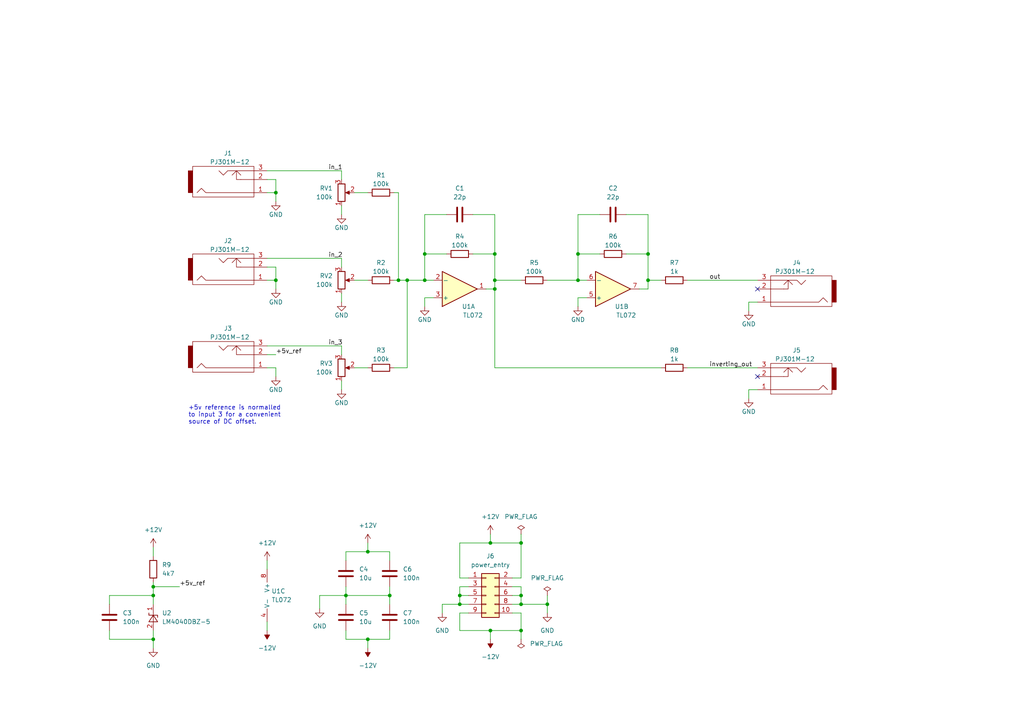
<source format=kicad_sch>
(kicad_sch (version 20211123) (generator eeschema)
  (paper "A4")
  (title_block (title "Basic Mixer") (date "2022-01-02") (rev "0") (comment 1 "creativecommons.org/licences/CC/by/4.0") (comment 2 "Licence: CC by 4.0") (comment 3 "Author: Jordan Aceto"))
  (lib_symbols
    (symbol "Amplifier_Operational:TL072" (pin_names (offset 0.127))
      (property "Reference" "U" (at 0 5.08 0))
      (property "Value" "TL072" (at 0 -5.08 0))
      (symbol "TL072_1_1"
        (polyline (pts (xy -5.08 5.08) (xy 5.08 0) (xy -5.08 -5.08) (xy -5.08 5.08)) (stroke (width 0.254)) (fill (type background)))
        (pin output line (at 7.62 0 180) (length 2.54) (name "~") (number "1"))
        (pin input line (at -7.62 -2.54 0) (length 2.54) (name "-") (number "2"))
        (pin input line (at -7.62 2.54 0) (length 2.54) (name "+") (number "3"))
      )
      (symbol "TL072_2_1"
        (polyline (pts (xy -5.08 5.08) (xy 5.08 0) (xy -5.08 -5.08) (xy -5.08 5.08)) (stroke (width 0.254)) (fill (type background)))
        (pin input line (at -7.62 2.54 0) (length 2.54) (name "+") (number "5"))
        (pin input line (at -7.62 -2.54 0) (length 2.54) (name "-") (number "6"))
        (pin output line (at 7.62 0 180) (length 2.54) (name "~") (number "7"))
      )
      (symbol "TL072_3_1"
        (pin power_in line (at -2.54 -7.62 90) (length 3.81) (name "V-") (number "4"))
        (pin power_in line (at -2.54 7.62 270) (length 3.81) (name "V+") (number "8"))
      )
    )
    (symbol "Connector_Generic:Conn_02x05_Odd_Even" (pin_names (offset 1.016) hide)
      (property "Reference" "J" (at 1.27 7.62 0))
      (property "Value" "Conn_02x05_Odd_Even" (at 1.27 -7.62 0))
      (symbol "Conn_02x05_Odd_Even_1_1"
        (rectangle (start -1.27 -4.953) (end 0 -5.207) (stroke (width 0.1524)))
        (rectangle (start -1.27 -2.413) (end 0 -2.667) (stroke (width 0.1524)))
        (rectangle (start -1.27 0.127) (end 0 -0.127) (stroke (width 0.1524)))
        (rectangle (start -1.27 2.667) (end 0 2.413) (stroke (width 0.1524)))
        (rectangle (start -1.27 5.207) (end 0 4.953) (stroke (width 0.1524)))
        (rectangle (start -1.27 6.35) (end 3.81 -6.35) (stroke (width 0.254)) (fill (type background)))
        (rectangle (start 3.81 -4.953) (end 2.54 -5.207) (stroke (width 0.1524)))
        (rectangle (start 3.81 -2.413) (end 2.54 -2.667) (stroke (width 0.1524)))
        (rectangle (start 3.81 0.127) (end 2.54 -0.127) (stroke (width 0.1524)))
        (rectangle (start 3.81 2.667) (end 2.54 2.413) (stroke (width 0.1524)))
        (rectangle (start 3.81 5.207) (end 2.54 4.953) (stroke (width 0.1524)))
        (pin passive line (at -5.08 5.08 0) (length 3.81) (name "Pin_1") (number "1"))
        (pin passive line (at 7.62 -5.08 180) (length 3.81) (name "Pin_10") (number "10"))
        (pin passive line (at 7.62 5.08 180) (length 3.81) (name "Pin_2") (number "2"))
        (pin passive line (at -5.08 2.54 0) (length 3.81) (name "Pin_3") (number "3"))
        (pin passive line (at 7.62 2.54 180) (length 3.81) (name "Pin_4") (number "4"))
        (pin passive line (at -5.08 0 0) (length 3.81) (name "Pin_5") (number "5"))
        (pin passive line (at 7.62 0 180) (length 3.81) (name "Pin_6") (number "6"))
        (pin passive line (at -5.08 -2.54 0) (length 3.81) (name "Pin_7") (number "7"))
        (pin passive line (at 7.62 -2.54 180) (length 3.81) (name "Pin_8") (number "8"))
        (pin passive line (at -5.08 -5.08 0) (length 3.81) (name "Pin_9") (number "9"))
      )
    )
    (symbol "Device:C" (pin_numbers hide) (pin_names (offset 0.254))
      (property "Reference" "C" (at 0.635 2.54 0))
      (property "Value" "C" (at 0.635 -2.54 0))
      (symbol "C_0_1"
        (polyline (pts (xy -2.032 -0.762) (xy 2.032 -0.762)) (stroke (width 0.508)))
        (polyline (pts (xy -2.032 0.762) (xy 2.032 0.762)) (stroke (width 0.508)))
      )
      (symbol "C_1_1"
        (pin passive line (at 0 3.81 270) (length 2.794) (name "~") (number "1"))
        (pin passive line (at 0 -3.81 90) (length 2.794) (name "~") (number "2"))
      )
    )
    (symbol "Device:R" (pin_numbers hide) (pin_names (offset 0))
      (property "Reference" "R" (at 2.032 0 90))
      (property "Value" "R" (at 0 0 90))
      (symbol "R_0_1"
        (rectangle (start -1.016 -2.54) (end 1.016 2.54) (stroke (width 0.254)))
      )
      (symbol "R_1_1"
        (pin passive line (at 0 3.81 270) (length 1.27) (name "~") (number "1"))
        (pin passive line (at 0 -3.81 90) (length 1.27) (name "~") (number "2"))
      )
    )
    (symbol "Device:R_Potentiometer" (pin_names (offset 1.016) hide)
      (property "Reference" "RV" (at -4.445 0 90))
      (property "Value" "R_Potentiometer" (at -2.54 0 90))
      (symbol "R_Potentiometer_0_1"
        (polyline (pts (xy 2.54 0) (xy 1.524 0)))
        (polyline (pts (xy 1.143 0) (xy 2.286 0.508) (xy 2.286 -0.508) (xy 1.143 0)) (fill (type outline)))
        (rectangle (start 1.016 2.54) (end -1.016 -2.54) (stroke (width 0.254)))
      )
      (symbol "R_Potentiometer_1_1"
        (pin passive line (at 0 3.81 270) (length 1.27) (name "1") (number "1"))
        (pin passive line (at 3.81 0 180) (length 1.27) (name "2") (number "2"))
        (pin passive line (at 0 -3.81 90) (length 1.27) (name "3") (number "3"))
      )
    )
    (symbol "Reference_Voltage:LM4040DBZ-5" (pin_names (offset 0.0254) hide)
      (property "Reference" "U" (at 0 2.54 0))
      (property "Value" "LM4040DBZ-5" (at 0 -3.175 0))
      (symbol "LM4040DBZ-5_0_1"
        (polyline (pts (xy -1.27 0) (xy 0 0) (xy 1.27 0)))
        (polyline (pts (xy -1.27 -1.27) (xy 0.635 0) (xy -1.27 1.27) (xy -1.27 -1.27)) (stroke (width 0.2032)))
        (polyline (pts (xy 0 -1.27) (xy 0.635 -1.27) (xy 0.635 1.27) (xy 1.27 1.27)) (stroke (width 0.2032)))
      )
      (symbol "LM4040DBZ-5_1_1"
        (pin passive line (at 3.81 0 180) (length 2.54) (name "K") (number "1"))
        (pin passive line (at -3.81 0 0) (length 2.54) (name "A") (number "2"))
      )
    )
    (symbol "custom_symbols:PJ301M-12" (pin_names (offset 1.016))
      (property "Reference" "J" (at -8.89 -5.08 0))
      (property "Value" "PJ301M-12" (at -3.81 6.35 0))
      (symbol "PJ301M-12_0_1"
        (rectangle (start -11.43 3.81) (end -10.16 -2.54) (fill (type outline)))
        (polyline (pts (xy 3.81 0) (xy 7.62 0) (xy 7.62 0)))
        (polyline (pts (xy 0 -2.54) (xy -1.27 -1.27) (xy -2.54 -2.54) (xy -2.54 -2.54)))
        (polyline (pts (xy 0 -2.54) (xy 7.62 -2.54) (xy 7.62 -2.54) (xy 7.62 -2.54)))
        (polyline (pts (xy 1.27 -1.27) (xy 2.54 -2.54) (xy 3.81 -1.27) (xy 3.81 -1.27)))
        (polyline (pts (xy 3.81 0) (xy 2.54 0) (xy 2.54 -2.54) (xy 2.54 -2.54)))
        (polyline (pts (xy 7.62 3.81) (xy -6.35 3.81) (xy -7.62 2.54) (xy -8.89 3.81) (xy -8.89 3.81)))
        (rectangle (start 7.62 -3.81) (end -10.16 5.08))
      )
      (symbol "PJ301M-12_1_1"
        (pin passive line (at 11.43 3.81 180) (length 3.81) (name "~") (number "1"))
        (pin passive line (at 11.43 0 180) (length 3.81) (name "~") (number "2"))
        (pin passive line (at 11.43 -2.54 180) (length 3.81) (name "~") (number "3"))
      )
    )
    (symbol "power:+12V" (power) (pin_names (offset 0))
      (property "Value" "+12V" (at 0 3.556 0))
      (symbol "+12V_0_1"
        (polyline (pts (xy -0.762 1.27) (xy 0 2.54)))
        (polyline (pts (xy 0 0) (xy 0 2.54)))
        (polyline (pts (xy 0 2.54) (xy 0.762 1.27)))
      )
      (symbol "+12V_1_1"
        (pin power_in line (at 0 0 90) (length 0) hide (name "+12V") (number "1"))
      )
    )
    (symbol "power:-12V" (power) (pin_names (offset 0))
      (property "Value" "-12V" (at 0 3.81 0))
      (symbol "-12V_0_0"
        (pin power_in line (at 0 0 90) (length 0) hide (name "-12V") (number "1"))
      )
      (symbol "-12V_0_1"
        (polyline (pts (xy 0 0) (xy 0 1.27) (xy 0.762 1.27) (xy 0 2.54) (xy -0.762 1.27) (xy 0 1.27)) (fill (type outline)))
      )
    )
    (symbol "power:GND" (power) (pin_names (offset 0))
      (property "Value" "GND" (at 0 -3.81 0))
      (symbol "GND_0_1"
        (polyline (pts (xy 0 0) (xy 0 -1.27) (xy 1.27 -1.27) (xy 0 -2.54) (xy -1.27 -1.27) (xy 0 -1.27)))
      )
      (symbol "GND_1_1"
        (pin power_in line (at 0 0 270) (length 0) hide (name "GND") (number "1"))
      )
    )
    (symbol "power:PWR_FLAG" (power) (pin_numbers hide) (pin_names (offset 0) hide)
      (property "Value" "PWR_FLAG" (at 0 3.81 0))
      (symbol "PWR_FLAG_0_0"
        (pin power_out line (at 0 0 90) (length 0) (name "pwr") (number "1"))
      )
      (symbol "PWR_FLAG_0_1"
        (polyline (pts (xy 0 0) (xy 0 1.27) (xy -1.016 1.905) (xy 0 2.54) (xy 1.016 1.905) (xy 0 1.27)))
      )
    )
  )
  (junction (at 151.13 157.48))
  (junction (at 151.13 175.26))
  (junction (at 151.13 182.88))
  (junction (at 143.51 73.66))
  (junction (at 158.75 175.26))
  (junction (at 143.51 83.82))
  (junction (at 80.01 81.28))
  (junction (at 44.45 170.18))
  (junction (at 133.35 172.72))
  (junction (at 106.68 160.02))
  (junction (at 80.01 55.88))
  (junction (at 44.45 185.42))
  (junction (at 123.19 73.66))
  (junction (at 100.33 172.72))
  (junction (at 167.64 81.28))
  (junction (at 167.64 73.66))
  (junction (at 151.13 172.72))
  (junction (at 143.51 81.28))
  (junction (at 187.96 73.66))
  (junction (at 187.96 81.28))
  (junction (at 133.35 175.26))
  (junction (at 113.03 172.72))
  (junction (at 142.24 157.48))
  (junction (at 106.68 185.42))
  (junction (at 118.11 81.28))
  (junction (at 44.45 172.72))
  (junction (at 142.24 182.88))
  (junction (at 115.57 81.28))
  (junction (at 123.19 81.28))
  (no_connect (at 219.71 83.82))
  (no_connect (at 219.71 109.22))
  (wire (pts (xy 77.47 100.33) (xy 99.06 100.33)))
  (wire (pts (xy 100.33 182.88) (xy 100.33 185.42)))
  (wire (pts (xy 199.39 81.28) (xy 219.71 81.28)))
  (wire (pts (xy 143.51 73.66) (xy 137.16 73.66)))
  (wire (pts (xy 137.16 62.23) (xy 143.51 62.23)))
  (wire (pts (xy 123.19 86.36) (xy 125.73 86.36)))
  (wire (pts (xy 44.45 170.18) (xy 44.45 172.72)))
  (wire (pts (xy 151.13 177.8) (xy 151.13 182.88)))
  (wire (pts (xy 143.51 81.28) (xy 143.51 73.66)))
  (wire (pts (xy 217.17 115.57) (xy 217.17 113.03)))
  (wire (pts (xy 92.71 172.72) (xy 100.33 172.72)))
  (wire (pts (xy 167.64 88.9) (xy 167.64 86.36)))
  (wire (pts (xy 170.18 81.28) (xy 167.64 81.28)))
  (wire (pts (xy 99.06 85.09) (xy 99.06 87.63)))
  (wire (pts (xy 125.73 81.28) (xy 123.19 81.28)))
  (wire (pts (xy 187.96 83.82) (xy 187.96 81.28)))
  (wire (pts (xy 143.51 81.28) (xy 151.13 81.28)))
  (wire (pts (xy 77.47 180.34) (xy 77.47 182.88)))
  (wire (pts (xy 113.03 162.56) (xy 113.03 160.02)))
  (wire (pts (xy 133.35 167.64) (xy 135.89 167.64)))
  (wire (pts (xy 106.68 157.48) (xy 106.68 160.02)))
  (wire (pts (xy 80.01 55.88) (xy 77.47 55.88)))
  (wire (pts (xy 44.45 185.42) (xy 44.45 187.96)))
  (wire (pts (xy 158.75 81.28) (xy 167.64 81.28)))
  (wire (pts (xy 80.01 81.28) (xy 80.01 77.47)))
  (wire (pts (xy 148.59 172.72) (xy 151.13 172.72)))
  (wire (pts (xy 128.27 175.26) (xy 133.35 175.26)))
  (wire (pts (xy 143.51 83.82) (xy 143.51 106.68)))
  (wire (pts (xy 128.27 177.8) (xy 128.27 175.26)))
  (wire (pts (xy 44.45 172.72) (xy 44.45 175.26)))
  (wire (pts (xy 113.03 160.02) (xy 106.68 160.02)))
  (wire (pts (xy 52.07 170.18) (xy 44.45 170.18)))
  (wire (pts (xy 151.13 157.48) (xy 142.24 157.48)))
  (wire (pts (xy 100.33 170.18) (xy 100.33 172.72)))
  (wire (pts (xy 142.24 182.88) (xy 133.35 182.88)))
  (wire (pts (xy 80.01 83.82) (xy 80.01 81.28)))
  (wire (pts (xy 100.33 160.02) (xy 100.33 162.56)))
  (wire (pts (xy 151.13 172.72) (xy 151.13 170.18)))
  (wire (pts (xy 106.68 185.42) (xy 106.68 187.96)))
  (wire (pts (xy 100.33 185.42) (xy 106.68 185.42)))
  (wire (pts (xy 129.54 62.23) (xy 123.19 62.23)))
  (wire (pts (xy 31.75 172.72) (xy 44.45 172.72)))
  (wire (pts (xy 115.57 81.28) (xy 118.11 81.28)))
  (wire (pts (xy 187.96 73.66) (xy 181.61 73.66)))
  (wire (pts (xy 118.11 81.28) (xy 118.11 106.68)))
  (wire (pts (xy 80.01 106.68) (xy 77.47 106.68)))
  (wire (pts (xy 142.24 154.94) (xy 142.24 157.48)))
  (wire (pts (xy 143.51 81.28) (xy 143.51 83.82)))
  (wire (pts (xy 167.64 81.28) (xy 167.64 73.66)))
  (wire (pts (xy 100.33 172.72) (xy 100.33 175.26)))
  (wire (pts (xy 99.06 74.93) (xy 99.06 77.47)))
  (wire (pts (xy 142.24 157.48) (xy 133.35 157.48)))
  (wire (pts (xy 92.71 176.53) (xy 92.71 172.72)))
  (wire (pts (xy 31.75 175.26) (xy 31.75 172.72)))
  (wire (pts (xy 123.19 88.9) (xy 123.19 86.36)))
  (wire (pts (xy 102.87 106.68) (xy 106.68 106.68)))
  (wire (pts (xy 80.01 55.88) (xy 80.01 52.07)))
  (wire (pts (xy 187.96 62.23) (xy 187.96 73.66)))
  (wire (pts (xy 102.87 81.28) (xy 106.68 81.28)))
  (wire (pts (xy 133.35 182.88) (xy 133.35 177.8)))
  (wire (pts (xy 44.45 185.42) (xy 44.45 182.88)))
  (wire (pts (xy 140.97 83.82) (xy 143.51 83.82)))
  (wire (pts (xy 123.19 62.23) (xy 123.19 73.66)))
  (wire (pts (xy 113.03 185.42) (xy 113.03 182.88)))
  (wire (pts (xy 135.89 175.26) (xy 133.35 175.26)))
  (wire (pts (xy 199.39 106.68) (xy 219.71 106.68)))
  (wire (pts (xy 31.75 185.42) (xy 44.45 185.42)))
  (wire (pts (xy 142.24 182.88) (xy 142.24 185.42)))
  (wire (pts (xy 77.47 74.93) (xy 99.06 74.93)))
  (wire (pts (xy 148.59 170.18) (xy 151.13 170.18)))
  (wire (pts (xy 114.3 106.68) (xy 118.11 106.68)))
  (wire (pts (xy 167.64 62.23) (xy 167.64 73.66)))
  (wire (pts (xy 158.75 177.8) (xy 158.75 175.26)))
  (wire (pts (xy 77.47 49.53) (xy 99.06 49.53)))
  (wire (pts (xy 80.01 52.07) (xy 77.47 52.07)))
  (wire (pts (xy 123.19 73.66) (xy 129.54 73.66)))
  (wire (pts (xy 44.45 168.91) (xy 44.45 170.18)))
  (wire (pts (xy 151.13 182.88) (xy 151.13 185.42)))
  (wire (pts (xy 100.33 172.72) (xy 113.03 172.72)))
  (wire (pts (xy 44.45 158.75) (xy 44.45 161.29)))
  (wire (pts (xy 167.64 73.66) (xy 173.99 73.66)))
  (wire (pts (xy 99.06 49.53) (xy 99.06 52.07)))
  (wire (pts (xy 80.01 102.87) (xy 77.47 102.87)))
  (wire (pts (xy 114.3 55.88) (xy 115.57 55.88)))
  (wire (pts (xy 114.3 81.28) (xy 115.57 81.28)))
  (wire (pts (xy 151.13 154.94) (xy 151.13 157.48)))
  (wire (pts (xy 123.19 81.28) (xy 123.19 73.66)))
  (wire (pts (xy 133.35 172.72) (xy 135.89 172.72)))
  (wire (pts (xy 191.77 106.68) (xy 143.51 106.68)))
  (wire (pts (xy 113.03 172.72) (xy 113.03 175.26)))
  (wire (pts (xy 148.59 167.64) (xy 151.13 167.64)))
  (wire (pts (xy 217.17 87.63) (xy 219.71 87.63)))
  (wire (pts (xy 80.01 77.47) (xy 77.47 77.47)))
  (wire (pts (xy 187.96 81.28) (xy 187.96 73.66)))
  (wire (pts (xy 217.17 90.17) (xy 217.17 87.63)))
  (wire (pts (xy 118.11 81.28) (xy 123.19 81.28)))
  (wire (pts (xy 99.06 100.33) (xy 99.06 102.87)))
  (wire (pts (xy 106.68 160.02) (xy 100.33 160.02)))
  (wire (pts (xy 151.13 182.88) (xy 142.24 182.88)))
  (wire (pts (xy 99.06 110.49) (xy 99.06 113.03)))
  (wire (pts (xy 148.59 177.8) (xy 151.13 177.8)))
  (wire (pts (xy 80.01 109.22) (xy 80.01 106.68)))
  (wire (pts (xy 187.96 81.28) (xy 191.77 81.28)))
  (wire (pts (xy 158.75 172.72) (xy 158.75 175.26)))
  (wire (pts (xy 113.03 170.18) (xy 113.03 172.72)))
  (wire (pts (xy 151.13 175.26) (xy 158.75 175.26)))
  (wire (pts (xy 133.35 177.8) (xy 135.89 177.8)))
  (wire (pts (xy 80.01 58.42) (xy 80.01 55.88)))
  (wire (pts (xy 217.17 113.03) (xy 219.71 113.03)))
  (wire (pts (xy 115.57 55.88) (xy 115.57 81.28)))
  (wire (pts (xy 148.59 175.26) (xy 151.13 175.26)))
  (wire (pts (xy 133.35 172.72) (xy 133.35 170.18)))
  (wire (pts (xy 133.35 157.48) (xy 133.35 167.64)))
  (wire (pts (xy 133.35 170.18) (xy 135.89 170.18)))
  (wire (pts (xy 102.87 55.88) (xy 106.68 55.88)))
  (wire (pts (xy 151.13 167.64) (xy 151.13 157.48)))
  (wire (pts (xy 181.61 62.23) (xy 187.96 62.23)))
  (wire (pts (xy 185.42 83.82) (xy 187.96 83.82)))
  (wire (pts (xy 173.99 62.23) (xy 167.64 62.23)))
  (wire (pts (xy 133.35 175.26) (xy 133.35 172.72)))
  (wire (pts (xy 99.06 59.69) (xy 99.06 62.23)))
  (wire (pts (xy 106.68 185.42) (xy 113.03 185.42)))
  (wire (pts (xy 151.13 175.26) (xy 151.13 172.72)))
  (wire (pts (xy 143.51 62.23) (xy 143.51 73.66)))
  (wire (pts (xy 77.47 162.56) (xy 77.47 165.1)))
  (wire (pts (xy 167.64 86.36) (xy 170.18 86.36)))
  (wire (pts (xy 31.75 182.88) (xy 31.75 185.42)))
  (wire (pts (xy 80.01 81.28) (xy 77.47 81.28)))
  (text "+5v reference is normalled\nto input 3 for a convenient\nsource of DC offset." (at 54.61 123.19 0) (effects (font (size 1.27 1.27)) (justify left bottom)))
  (label "in_1" (at 95.25 49.53 0))
  (label "in_2" (at 95.25 74.93 0))
  (label "inverting_out" (at 205.74 106.68 0))
  (label "+5v_ref" (at 80.01 102.87 0))
  (label "+5v_ref" (at 52.07 170.18 0))
  (label "out" (at 205.74 81.28 0))
  (label "in_3" (at 95.25 100.33 0))
  (symbol (lib_id "Device:C") (at 177.8 62.23 90) (unit 1)
    (property "Reference" "C2" (at 177.8 54.61 90))
    (property "Value" "22p" (at 177.8 57.15 90))
    (property "Footprint" "Capacitor_SMD:C_0805_2012Metric" (effects hide))
  )
  (symbol (lib_id "Device:C") (at 113.03 179.07 0) (unit 1)
    (property "Reference" "C7" (at 116.84 177.7999 0) (effects (justify left)))
    (property "Value" "100n" (at 116.84 180.3399 0) (effects (justify left)))
    (property "Footprint" "Capacitor_SMD:C_0805_2012Metric" (effects hide))
  )
  (symbol (lib_id "power:GND") (at 80.01 58.42 0) (unit 1)
    (property "Reference" "#PWR0104" (effects hide))
    (property "Value" "GND" (at 80.01 62.23 0))
  )
  (symbol (lib_id "power:GND") (at 80.01 83.82 0) (unit 1)
    (property "Reference" "#PWR0103" (effects hide))
    (property "Value" "GND" (at 80.01 87.63 0))
  )
  (symbol (lib_id "Device:R") (at 177.8 73.66 90) (unit 1)
    (property "Reference" "R6" (at 177.8 68.58 90))
    (property "Value" "100k" (at 177.8 71.12 90))
    (property "Footprint" "Resistor_SMD:R_0805_2012Metric" (effects hide))
  )
  (symbol (lib_id "Amplifier_Operational:TL072") (at 80.01 172.72 0) (unit 3)
    (property "Reference" "U1" (at 78.74 171.4499 0) (effects (justify left)))
    (property "Value" "TL072" (at 78.74 173.9899 0) (effects (justify left)))
    (property "Footprint" "Package_SO:SOIC-8_3.9x4.9mm_P1.27mm" (effects hide))
    (property "Datasheet" "http://www.ti.com/lit/ds/symlink/tl071.pdf" (effects hide))
  )
  (symbol (lib_id "Device:C") (at 113.03 166.37 0) (unit 1)
    (property "Reference" "C6" (at 116.84 165.0999 0) (effects (justify left)))
    (property "Value" "100n" (at 116.84 167.6399 0) (effects (justify left)))
    (property "Footprint" "Capacitor_SMD:C_0805_2012Metric" (effects hide))
  )
  (symbol (lib_id "Device:R") (at 195.58 81.28 90) (unit 1)
    (property "Reference" "R7" (at 195.58 76.2 90))
    (property "Value" "1k" (at 195.58 78.74 90))
    (property "Footprint" "Resistor_SMD:R_0805_2012Metric" (effects hide))
  )
  (symbol (lib_id "custom_symbols:PJ301M-12") (at 66.04 102.87 0) (mirror x) (unit 1)
    (property "Reference" "J3" (at 67.31 95.25 0) (effects (justify right)))
    (property "Value" "PJ301M-12" (at 72.39 97.79 0) (effects (justify right)))
    (property "Footprint" "custom_footprints:PJ301M-12" (effects hide))
  )
  (symbol (lib_id "power:+12V") (at 106.68 157.48 0) (unit 1)
    (property "Reference" "#PWR0109" (effects hide))
    (property "Value" "+12V" (at 106.68 152.4 0))
  )
  (symbol (lib_id "power:GND") (at 99.06 62.23 0) (unit 1)
    (property "Reference" "#PWR0121" (effects hide))
    (property "Value" "GND" (at 99.06 66.04 0))
  )
  (symbol (lib_id "power:+12V") (at 142.24 154.94 0) (unit 1)
    (property "Reference" "#PWR0112" (effects hide))
    (property "Value" "+12V" (at 142.24 149.86 0))
  )
  (symbol (lib_id "power:PWR_FLAG") (at 151.13 154.94 0) (unit 1)
    (property "Reference" "#FLG0103" (effects hide))
    (property "Value" "PWR_FLAG" (at 151.13 149.86 0))
  )
  (symbol (lib_id "Device:R") (at 44.45 165.1 0) (unit 1)
    (property "Reference" "R9" (at 46.99 163.8299 0) (effects (justify left)))
    (property "Value" "4k7" (at 46.99 166.3699 0) (effects (justify left)))
    (property "Footprint" "Resistor_SMD:R_0805_2012Metric" (effects hide))
  )
  (symbol (lib_id "power:PWR_FLAG") (at 151.13 185.42 180) (unit 1)
    (property "Reference" "#FLG0102" (effects hide))
    (property "Value" "PWR_FLAG" (at 153.67 186.6899 0) (effects (justify right)))
  )
  (symbol (lib_id "Device:C") (at 100.33 166.37 0) (unit 1)
    (property "Reference" "C4" (at 104.14 165.0999 0) (effects (justify left)))
    (property "Value" "10u" (at 104.14 167.6399 0) (effects (justify left)))
    (property "Footprint" "Capacitor_SMD:C_0805_2012Metric" (effects hide))
  )
  (symbol (lib_id "power:+12V") (at 77.47 162.56 0) (unit 1)
    (property "Reference" "#PWR0117" (effects hide))
    (property "Value" "+12V" (at 77.47 157.48 0))
  )
  (symbol (lib_id "power:GND") (at 44.45 187.96 0) (mirror y) (unit 1)
    (property "Reference" "#PWR0118" (effects hide))
    (property "Value" "GND" (at 44.45 193.04 0))
  )
  (symbol (lib_id "Device:R") (at 110.49 106.68 90) (unit 1)
    (property "Reference" "R3" (at 110.49 101.6 90))
    (property "Value" "100k" (at 110.49 104.14 90))
    (property "Footprint" "Resistor_SMD:R_0805_2012Metric" (effects hide))
  )
  (symbol (lib_id "Amplifier_Operational:TL072") (at 133.35 83.82 0) (mirror x) (unit 1)
    (property "Reference" "U1" (at 135.89 88.9 0))
    (property "Value" "TL072" (at 137.16 91.44 0))
    (property "Footprint" "Package_SO:SOIC-8_3.9x4.9mm_P1.27mm" (effects hide))
    (property "Datasheet" "http://www.ti.com/lit/ds/symlink/tl071.pdf" (effects hide))
  )
  (symbol (lib_id "Device:C") (at 133.35 62.23 90) (unit 1)
    (property "Reference" "C1" (at 133.35 54.61 90))
    (property "Value" "22p" (at 133.35 57.15 90))
    (property "Footprint" "Capacitor_SMD:C_0805_2012Metric" (effects hide))
  )
  (symbol (lib_id "power:GND") (at 92.71 176.53 0) (mirror y) (unit 1)
    (property "Reference" "#PWR0114" (effects hide))
    (property "Value" "GND" (at 92.71 181.61 0))
  )
  (symbol (lib_id "Device:R") (at 110.49 81.28 90) (unit 1)
    (property "Reference" "R2" (at 110.49 76.2 90))
    (property "Value" "100k" (at 110.49 78.74 90))
    (property "Footprint" "Resistor_SMD:R_0805_2012Metric" (effects hide))
  )
  (symbol (lib_id "custom_symbols:PJ301M-12") (at 66.04 52.07 0) (mirror x) (unit 1)
    (property "Reference" "J1" (at 67.31 44.45 0) (effects (justify right)))
    (property "Value" "PJ301M-12" (at 72.39 46.99 0) (effects (justify right)))
    (property "Footprint" "custom_footprints:PJ301M-12" (effects hide))
  )
  (symbol (lib_id "Device:C") (at 100.33 179.07 0) (unit 1)
    (property "Reference" "C5" (at 104.14 177.7999 0) (effects (justify left)))
    (property "Value" "10u" (at 104.14 180.3399 0) (effects (justify left)))
    (property "Footprint" "Capacitor_SMD:C_0805_2012Metric" (effects hide))
  )
  (symbol (lib_id "power:+12V") (at 44.45 158.75 0) (unit 1)
    (property "Reference" "#PWR0119" (effects hide))
    (property "Value" "+12V" (at 44.45 153.67 0))
  )
  (symbol (lib_id "power:GND") (at 80.01 109.22 0) (unit 1)
    (property "Reference" "#PWR0106" (effects hide))
    (property "Value" "GND" (at 80.01 113.03 0))
  )
  (symbol (lib_id "power:GND") (at 217.17 90.17 0) (mirror y) (unit 1)
    (property "Reference" "#PWR0107" (effects hide))
    (property "Value" "GND" (at 217.17 93.98 0))
  )
  (symbol (lib_id "Device:R") (at 195.58 106.68 90) (unit 1)
    (property "Reference" "R8" (at 195.58 101.6 90))
    (property "Value" "1k" (at 195.58 104.14 90))
    (property "Footprint" "Resistor_SMD:R_0805_2012Metric" (effects hide))
  )
  (symbol (lib_id "Reference_Voltage:LM4040DBZ-5") (at 44.45 179.07 90) (unit 1)
    (property "Reference" "U2" (at 46.99 177.7999 90) (effects (justify right)))
    (property "Value" "LM4040DBZ-5" (at 46.99 180.3399 90) (effects (justify right)))
    (property "Footprint" "Package_TO_SOT_SMD:SOT-23" (effects hide))
    (property "Datasheet" "http://www.ti.com/lit/ds/symlink/lm4040-n.pdf" (effects hide))
  )
  (symbol (lib_id "custom_symbols:PJ301M-12") (at 66.04 77.47 0) (mirror x) (unit 1)
    (property "Reference" "J2" (at 67.31 69.85 0) (effects (justify right)))
    (property "Value" "PJ301M-12" (at 72.39 72.39 0) (effects (justify right)))
    (property "Footprint" "custom_footprints:PJ301M-12" (effects hide))
  )
  (symbol (lib_id "power:GND") (at 99.06 113.03 0) (unit 1)
    (property "Reference" "#PWR0120" (effects hide))
    (property "Value" "GND" (at 99.06 116.84 0))
  )
  (symbol (lib_id "power:GND") (at 158.75 177.8 0) (unit 1)
    (property "Reference" "#PWR0111" (effects hide))
    (property "Value" "GND" (at 158.75 182.88 0))
  )
  (symbol (lib_id "power:GND") (at 167.64 88.9 0) (unit 1)
    (property "Reference" "#PWR0101" (effects hide))
    (property "Value" "GND" (at 167.64 92.71 0))
  )
  (symbol (lib_id "power:-12V") (at 142.24 185.42 180) (unit 1)
    (property "Reference" "#PWR0110" (effects hide))
    (property "Value" "-12V" (at 142.24 190.5 0))
  )
  (symbol (lib_id "power:GND") (at 128.27 177.8 0) (mirror y) (unit 1)
    (property "Reference" "#PWR0113" (effects hide))
    (property "Value" "GND" (at 128.27 182.88 0))
  )
  (symbol (lib_id "power:PWR_FLAG") (at 158.75 172.72 0) (unit 1)
    (property "Reference" "#FLG0101" (effects hide))
    (property "Value" "PWR_FLAG" (at 158.75 167.64 0))
  )
  (symbol (lib_id "power:-12V") (at 106.68 187.96 180) (unit 1)
    (property "Reference" "#PWR0116" (effects hide))
    (property "Value" "-12V" (at 106.68 193.04 0))
  )
  (symbol (lib_id "Device:R") (at 154.94 81.28 90) (unit 1)
    (property "Reference" "R5" (at 154.94 76.2 90))
    (property "Value" "100k" (at 154.94 78.74 90))
    (property "Footprint" "Resistor_SMD:R_0805_2012Metric" (effects hide))
  )
  (symbol (lib_id "custom_symbols:PJ301M-12") (at 231.14 83.82 180) (unit 1)
    (property "Reference" "J4" (at 229.87 76.2 0) (effects (justify right)))
    (property "Value" "PJ301M-12" (at 224.79 78.74 0) (effects (justify right)))
    (property "Footprint" "custom_footprints:PJ301M-12" (effects hide))
  )
  (symbol (lib_id "power:GND") (at 123.19 88.9 0) (unit 1)
    (property "Reference" "#PWR0102" (effects hide))
    (property "Value" "GND" (at 123.19 92.71 0))
  )
  (symbol (lib_id "Device:R_Potentiometer") (at 99.06 81.28 0) (mirror x) (unit 1)
    (property "Reference" "RV2" (at 96.52 80.0099 0) (effects (justify right)))
    (property "Value" "100k" (at 96.52 82.5499 0) (effects (justify right)))
    (property "Footprint" "Potentiometer_THT:Potentiometer_Alpha_RD901F-40-00D_Single_Vertical" (effects hide))
  )
  (symbol (lib_id "Device:R") (at 133.35 73.66 90) (unit 1)
    (property "Reference" "R4" (at 133.35 68.58 90))
    (property "Value" "100k" (at 133.35 71.12 90))
    (property "Footprint" "Resistor_SMD:R_0805_2012Metric" (effects hide))
  )
  (symbol (lib_id "power:-12V") (at 77.47 182.88 180) (unit 1)
    (property "Reference" "#PWR0115" (effects hide))
    (property "Value" "-12V" (at 77.47 187.96 0))
  )
  (symbol (lib_id "power:GND") (at 99.06 87.63 0) (unit 1)
    (property "Reference" "#PWR0105" (effects hide))
    (property "Value" "GND" (at 99.06 91.44 0))
  )
  (symbol (lib_id "Amplifier_Operational:TL072") (at 177.8 83.82 0) (mirror x) (unit 2)
    (property "Reference" "U1" (at 180.34 88.9 0))
    (property "Value" "TL072" (at 181.61 91.44 0))
    (property "Footprint" "Package_SO:SOIC-8_3.9x4.9mm_P1.27mm" (effects hide))
    (property "Datasheet" "http://www.ti.com/lit/ds/symlink/tl071.pdf" (effects hide))
  )
  (symbol (lib_id "Device:R") (at 110.49 55.88 90) (unit 1)
    (property "Reference" "R1" (at 110.49 50.8 90))
    (property "Value" "100k" (at 110.49 53.34 90))
    (property "Footprint" "Resistor_SMD:R_0805_2012Metric" (effects hide))
  )
  (symbol (lib_id "Connector_Generic:Conn_02x05_Odd_Even") (at 140.97 172.72 0) (unit 1)
    (property "Reference" "J6" (at 142.24 161.29 0))
    (property "Value" "power_entry" (at 142.24 163.83 0))
    (property "Footprint" "Connector_PinHeader_2.54mm:PinHeader_2x05_P2.54mm_Vertical" (effects hide))
  )
  (symbol (lib_id "custom_symbols:PJ301M-12") (at 231.14 109.22 180) (unit 1)
    (property "Reference" "J5" (at 229.87 101.6 0) (effects (justify right)))
    (property "Value" "PJ301M-12" (at 224.79 104.14 0) (effects (justify right)))
    (property "Footprint" "custom_footprints:PJ301M-12" (effects hide))
  )
  (symbol (lib_id "Device:R_Potentiometer") (at 99.06 55.88 0) (mirror x) (unit 1)
    (property "Reference" "RV1" (at 96.52 54.6099 0) (effects (justify right)))
    (property "Value" "100k" (at 96.52 57.1499 0) (effects (justify right)))
    (property "Footprint" "Potentiometer_THT:Potentiometer_Alpha_RD901F-40-00D_Single_Vertical" (effects hide))
  )
  (symbol (lib_id "Device:R_Potentiometer") (at 99.06 106.68 0) (mirror x) (unit 1)
    (property "Reference" "RV3" (at 96.52 105.4099 0) (effects (justify right)))
    (property "Value" "100k" (at 96.52 107.9499 0) (effects (justify right)))
    (property "Footprint" "Potentiometer_THT:Potentiometer_Alpha_RD901F-40-00D_Single_Vertical" (effects hide))
  )
  (symbol (lib_id "power:GND") (at 217.17 115.57 0) (mirror y) (unit 1)
    (property "Reference" "#PWR0108" (effects hide))
    (property "Value" "GND" (at 217.17 119.38 0))
  )
  (symbol (lib_id "Device:C") (at 31.75 179.07 0) (unit 1)
    (property "Reference" "C3" (at 35.56 177.7999 0) (effects (justify left)))
    (property "Value" "100n" (at 35.56 180.3399 0) (effects (justify left)))
    (property "Footprint" "Capacitor_SMD:C_0805_2012Metric" (effects hide))
  )
)
</source>
